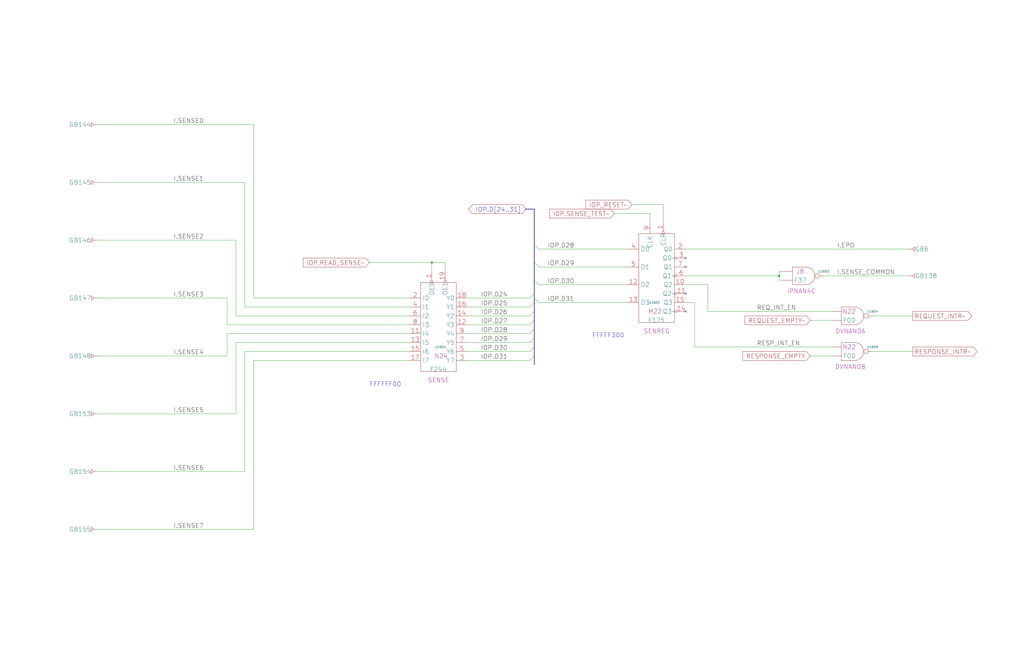
<source format=kicad_sch>
(kicad_sch (version 20250114) (generator "eeschema") (generator_version "9.0")
  (paper "User" 584.2 378.46)
  (title_block (title "DEVICES\\nTEMPERATURE SENSE") (date "22-SEP-90") (rev "2.0") (comment 1 "IOC") (comment 2 "232-003061") (comment 3 "S400") (comment 4 "RELEASED"))
  (lib_symbols
    (symbol "r1000:F00" (pin_numbers (hide yes)) (pin_names (hide yes))
      (property "Reference" "U" (at 15.24 0 0))
      (property "Value" "F00" (at 1.905 -5.08 0))
      (property "Location" "___" (at 1.905 0 0))
      (property "Name" "______" (at 2.54 -12.7 0))
      (symbol "F00_0_1"
        (polyline (pts (xy -2.54 2.54) (xy -2.54 -7.62)) (stroke (width 0.1524)))
        (polyline (pts (xy -2.54 2.54) (xy 5.08 2.54)) (stroke (width 0.1524)))
        (polyline (pts (xy -2.54 -7.62) (xy 5.08 -7.62)) (stroke (width 0.1524)))
        (arc (start 5.08 2.54) (mid 10.1281 -2.54) (end 5.08 -7.62) (stroke (width 0.1524)))
        (circle (center 11.43 -2.54) (radius 1.27) (stroke (width 0.1524)))
      )
      (symbol "F00_0_2"
        (arc (start -3.175 2.54) (mid -2.134 -2.54) (end -3.175 -7.62) (stroke (width 0.1524)))
        (circle (center -3.81 0) (radius 1.27) (stroke (width 0.1524)))
        (circle (center -3.81 -5.08) (radius 1.27) (stroke (width 0.1524)))
        (polyline (pts (xy -3.175 2.54) (xy 3.81 2.54)) (stroke (width 0.1524)))
        (polyline (pts (xy -3.175 -7.62) (xy 3.81 -7.62)) (stroke (width 0.1524)))
        (arc (start 3.81 2.54) (mid 7.5828 0.7472) (end 10.16 -2.54) (stroke (width 0.1524)))
        (arc (start 10.16 -2.54) (mid 7.5855 -5.8306) (end 3.81 -7.62) (stroke (width 0.1524)))
      )
      (symbol "F00_1_1"
        (pin input line (at -7.62 0 0) (length 5.08) (name "D0") (number "1"))
        (pin input line (at -7.62 -5.08 0) (length 5.08) (name "D1") (number "2"))
        (pin output line (at 15.24 -2.54 180) (length 2.54) (name "Q") (number "3"))
      )
      (symbol "F00_1_2"
        (pin input line (at -7.62 0 0) (length 2.54) (name "D0") (number "1"))
        (pin input line (at -7.62 -5.08 0) (length 2.54) (name "D1") (number "2"))
        (pin output line (at 15.24 -2.54 180) (length 5.08) (name "Q") (number "3"))
      )
    )
    (symbol "r1000:F175" (pin_names (offset 1.016))
      (property "Reference" "U" (at 2.54 5.08 0))
      (property "Value" "F175" (at -1.27 -5.08 0))
      (property "Location" "___" (at -1.27 0 0))
      (property "Name" "______" (at 3.81 -12.7 0))
      (symbol "F175_1_1"
        (rectangle (start -6.35 44.45) (end 13.97 -6.35))
        (circle (center 7.62 45.085) (radius 0.635))
        (circle (center 14.605 30.48) (radius 0.635))
        (circle (center 14.605 20.32) (radius 0.635))
        (circle (center 14.605 10.16) (radius 0.635))
        (circle (center 14.605 0) (radius 0.635))
        (pin input line (at -12.7 35.56 0) (length 6.35) (name "D0") (number "4"))
        (pin input line (at -12.7 25.4 0) (length 6.35) (name "D1") (number "5"))
        (pin input line (at -12.7 15.24 0) (length 6.35) (name "D2") (number "12"))
        (pin input line (at -12.7 5.08 0) (length 6.35) (name "D3") (number "13"))
        (pin input line (at 0 50.8 270) (length 6.35) (name "CLK") (number "9"))
        (pin input line (at 7.62 50.8 270) (length 5.08) (name "CLR") (number "1"))
        (pin output line (at 20.32 35.56 180) (length 6.35) (name "Q0") (number "2"))
        (pin output line (at 20.32 30.48 180) (length 5.08) (name "Q0~") (number "3"))
        (pin output line (at 20.32 25.4 180) (length 6.35) (name "Q1") (number "7"))
        (pin output line (at 20.32 20.32 180) (length 5.08) (name "Q1~") (number "6"))
        (pin output line (at 20.32 15.24 180) (length 6.35) (name "Q2") (number "10"))
        (pin output line (at 20.32 10.16 180) (length 5.08) (name "Q2~") (number "11"))
        (pin output line (at 20.32 5.08 180) (length 6.35) (name "Q3") (number "15"))
        (pin output line (at 20.32 0 180) (length 5.08) (name "Q3~") (number "14"))
      )
    )
    (symbol "r1000:F244" (pin_names (offset 1.016))
      (property "Reference" "U" (at 2.54 5.08 0))
      (property "Value" "F244" (at -3.81 -7.62 0))
      (property "Location" "___" (at -1.27 0 0))
      (property "Name" "______" (at 1.27 -15.24 0))
      (symbol "F244_1_1"
        (rectangle (start -8.89 41.91) (end 11.43 -8.89))
        (circle (center -2.54 42.545) (radius 0.635))
        (circle (center 5.08 42.545) (radius 0.635))
        (pin input line (at -15.24 33.02 0) (length 6.35) (name "I0") (number "2"))
        (pin input line (at -15.24 27.94 0) (length 6.35) (name "I1") (number "4"))
        (pin input line (at -15.24 22.86 0) (length 6.35) (name "I2") (number "6"))
        (pin input line (at -15.24 17.78 0) (length 6.35) (name "I3") (number "8"))
        (pin input line (at -15.24 12.7 0) (length 6.35) (name "I4") (number "11"))
        (pin input line (at -15.24 7.62 0) (length 6.35) (name "I5") (number "13"))
        (pin input line (at -15.24 2.54 0) (length 6.35) (name "I6") (number "15"))
        (pin input line (at -15.24 -2.54 0) (length 6.35) (name "I7") (number "17"))
        (pin input line (at -2.54 48.26 270) (length 5.08) (name "OE0") (number "1"))
        (pin input line (at 5.08 48.26 270) (length 5.08) (name "OE1") (number "19"))
        (pin tri_state line (at 17.78 33.02 180) (length 6.35) (name "Y0") (number "18"))
        (pin tri_state line (at 17.78 27.94 180) (length 6.35) (name "Y1") (number "16"))
        (pin tri_state line (at 17.78 22.86 180) (length 6.35) (name "Y2") (number "14"))
        (pin tri_state line (at 17.78 17.78 180) (length 6.35) (name "Y3") (number "12"))
        (pin tri_state line (at 17.78 12.7 180) (length 6.35) (name "Y4") (number "9"))
        (pin tri_state line (at 17.78 7.62 180) (length 6.35) (name "Y5") (number "7"))
        (pin tri_state line (at 17.78 2.54 180) (length 6.35) (name "Y6") (number "5"))
        (pin tri_state line (at 17.78 -2.54 180) (length 6.35) (name "Y7") (number "3"))
      )
    )
    (symbol "r1000:F37" (pin_numbers (hide yes)) (pin_names (offset 0) (hide yes))
      (property "Reference" "U" (at 15.24 0 0))
      (property "Value" "F37" (at 1.905 -5.08 0))
      (property "Location" "___" (at 1.905 0 0))
      (property "Name" "______" (at 2.54 -12.7 0))
      (symbol "F37_0_1"
        (polyline (pts (xy -2.54 2.54) (xy -2.54 -7.62)) (stroke (width 0.1524)))
        (polyline (pts (xy -2.54 2.54) (xy 5.08 2.54)) (stroke (width 0.1524)))
        (polyline (pts (xy -2.54 -7.62) (xy 5.08 -7.62)) (stroke (width 0.1524)))
        (arc (start 5.08 2.54) (mid 10.1281 -2.54) (end 5.08 -7.62) (stroke (width 0.1524)))
        (circle (center 11.43 -2.54) (radius 1.27) (stroke (width 0.1524)))
      )
      (symbol "F37_0_2"
        (arc (start -3.175 2.54) (mid -2.134 -2.54) (end -3.175 -7.62) (stroke (width 0.1524)))
        (circle (center -3.81 0) (radius 1.27) (stroke (width 0.1524)))
        (circle (center -3.81 -5.08) (radius 1.27) (stroke (width 0.1524)))
        (polyline (pts (xy -3.175 2.54) (xy 3.81 2.54)) (stroke (width 0.1524)))
        (polyline (pts (xy -3.175 -7.62) (xy 3.81 -7.62)) (stroke (width 0.1524)))
        (arc (start 3.81 2.54) (mid 7.5828 0.7472) (end 10.16 -2.54) (stroke (width 0.1524)))
        (arc (start 10.16 -2.54) (mid 7.5855 -5.8306) (end 3.81 -7.62) (stroke (width 0.1524)))
      )
      (symbol "F37_1_1"
        (pin input line (at -7.62 0 0) (length 5.08) (name "D0") (number "1"))
        (pin input line (at -7.62 -5.08 0) (length 5.08) (name "D1") (number "2"))
        (pin output line (at 15.24 -2.54 180) (length 2.54) (name "Q") (number "3"))
      )
      (symbol "F37_1_2"
        (pin input line (at -7.62 0 0) (length 2.54) (name "D0") (number "1"))
        (pin input line (at -7.62 -5.08 0) (length 2.54) (name "D1") (number "2"))
        (pin output line (at 15.24 -2.54 180) (length 5.08) (name "Q") (number "3"))
      )
    )
    (symbol "r1000:GB" (pin_numbers (hide yes)) (pin_names (offset 0) (hide yes))
      (property "Reference" "GB" (at 3.81 0 0))
      (symbol "GB_0_1"
        (polyline (pts (xy 2.54 0) (xy 3.81 1.27) (xy 3.81 -1.27) (xy 2.54 0)) (stroke (width 0.1524)))
      )
      (symbol "GB_1_1"
        (pin bidirectional line (at 0 0 0) (length 2.54) (name "") (number "1"))
      )
    )
  )
  (text "FFFFFF00\n" (at 210.82 220.98 0) (effects (font (size 2.54 2.54)) (justify left bottom)))
  (text "FFFFF300\n" (at 337.82 193.04 0) (effects (font (size 2.54 2.54)) (justify left bottom)))
  (junction (at 246.38 149.86))
  (junction (at 444.5 157.48))
  (no_connect (at 391.16 167.64))
  (no_connect (at 391.16 147.32))
  (no_connect (at 391.16 177.8))
  (no_connect (at 391.16 152.4))
  (bus_entry (at 304.8 193.04) (size -2.54 2.54))
  (bus_entry (at 304.8 198.12) (size -2.54 2.54))
  (bus_entry (at 304.8 203.2) (size -2.54 2.54))
  (bus_entry (at 304.8 182.88) (size -2.54 2.54))
  (bus_entry (at 304.8 149.86) (size 2.54 2.54))
  (bus_entry (at 304.8 170.18) (size 2.54 2.54))
  (bus_entry (at 304.8 139.7) (size 2.54 2.54))
  (bus_entry (at 304.8 187.96) (size -2.54 2.54))
  (bus_entry (at 304.8 167.64) (size -2.54 2.54))
  (bus_entry (at 304.8 160.02) (size 2.54 2.54))
  (bus_entry (at 304.8 172.72) (size -2.54 2.54))
  (bus_entry (at 304.8 177.8) (size -2.54 2.54))
  (wire (pts (xy 129.54 185.42) (xy 129.54 170.18)))
  (wire (pts (xy 444.5 154.94) (xy 447.04 154.94)))
  (wire (pts (xy 144.78 71.12) (xy 144.78 170.18)))
  (wire (pts (xy 129.54 190.5) (xy 233.68 190.5)))
  (wire (pts (xy 246.38 149.86) (xy 254 149.86)))
  (bus (pts (xy 304.8 139.7) (xy 304.8 149.86)))
  (wire (pts (xy 391.16 162.56) (xy 403.86 162.56)))
  (wire (pts (xy 396.24 172.72) (xy 396.24 198.12)))
  (wire (pts (xy 55.88 236.22) (xy 134.62 236.22)))
  (wire (pts (xy 307.34 162.56) (xy 358.14 162.56)))
  (wire (pts (xy 307.34 142.24) (xy 358.14 142.24)))
  (wire (pts (xy 497.84 200.66) (xy 520.7 200.66)))
  (wire (pts (xy 144.78 205.74) (xy 144.78 302.26)))
  (wire (pts (xy 233.68 185.42) (xy 129.54 185.42)))
  (wire (pts (xy 139.7 175.26) (xy 139.7 104.14)))
  (wire (pts (xy 444.5 160.02) (xy 444.5 157.48)))
  (wire (pts (xy 233.68 205.74) (xy 144.78 205.74)))
  (wire (pts (xy 307.34 152.4) (xy 358.14 152.4)))
  (wire (pts (xy 378.46 116.84) (xy 378.46 127)))
  (wire (pts (xy 55.88 302.26) (xy 144.78 302.26)))
  (bus (pts (xy 304.8 170.18) (xy 304.8 172.72)))
  (wire (pts (xy 391.16 172.72) (xy 396.24 172.72)))
  (bus (pts (xy 304.8 193.04) (xy 304.8 198.12)))
  (wire (pts (xy 403.86 177.8) (xy 474.98 177.8)))
  (bus (pts (xy 299.72 119.38) (xy 304.8 119.38)))
  (wire (pts (xy 55.88 71.12) (xy 144.78 71.12)))
  (bus (pts (xy 304.8 187.96) (xy 304.8 193.04)))
  (wire (pts (xy 370.84 121.92) (xy 370.84 127)))
  (wire (pts (xy 266.7 185.42) (xy 302.26 185.42)))
  (wire (pts (xy 144.78 170.18) (xy 233.68 170.18)))
  (wire (pts (xy 266.7 190.5) (xy 302.26 190.5)))
  (wire (pts (xy 266.7 170.18) (xy 302.26 170.18)))
  (wire (pts (xy 134.62 180.34) (xy 233.68 180.34)))
  (bus (pts (xy 304.8 167.64) (xy 304.8 170.18)))
  (wire (pts (xy 139.7 269.24) (xy 139.7 200.66)))
  (wire (pts (xy 266.7 195.58) (xy 302.26 195.58)))
  (bus (pts (xy 304.8 119.38) (xy 304.8 139.7)))
  (bus (pts (xy 304.8 172.72) (xy 304.8 177.8)))
  (wire (pts (xy 55.88 104.14) (xy 139.7 104.14)))
  (bus (pts (xy 304.8 177.8) (xy 304.8 182.88)))
  (wire (pts (xy 55.88 203.2) (xy 129.54 203.2)))
  (wire (pts (xy 307.34 172.72) (xy 358.14 172.72)))
  (wire (pts (xy 391.16 142.24) (xy 518.16 142.24)))
  (bus (pts (xy 304.8 182.88) (xy 304.8 187.96)))
  (wire (pts (xy 55.88 137.16) (xy 134.62 137.16)))
  (wire (pts (xy 266.7 180.34) (xy 302.26 180.34)))
  (wire (pts (xy 233.68 175.26) (xy 139.7 175.26)))
  (wire (pts (xy 129.54 203.2) (xy 129.54 190.5)))
  (wire (pts (xy 444.5 157.48) (xy 444.5 154.94)))
  (wire (pts (xy 266.7 200.66) (xy 302.26 200.66)))
  (bus (pts (xy 304.8 203.2) (xy 304.8 208.28)))
  (bus (pts (xy 304.8 198.12) (xy 304.8 203.2)))
  (wire (pts (xy 139.7 200.66) (xy 233.68 200.66)))
  (wire (pts (xy 254 149.86) (xy 254 154.94)))
  (wire (pts (xy 497.84 180.34) (xy 520.7 180.34)))
  (wire (pts (xy 350.52 121.92) (xy 370.84 121.92)))
  (wire (pts (xy 360.68 116.84) (xy 378.46 116.84)))
  (wire (pts (xy 266.7 175.26) (xy 302.26 175.26)))
  (bus (pts (xy 304.8 149.86) (xy 304.8 160.02)))
  (wire (pts (xy 266.7 205.74) (xy 302.26 205.74)))
  (wire (pts (xy 391.16 157.48) (xy 444.5 157.48)))
  (wire (pts (xy 134.62 195.58) (xy 134.62 236.22)))
  (wire (pts (xy 233.68 195.58) (xy 134.62 195.58)))
  (wire (pts (xy 55.88 269.24) (xy 139.7 269.24)))
  (wire (pts (xy 210.82 149.86) (xy 246.38 149.86)))
  (wire (pts (xy 55.88 170.18) (xy 129.54 170.18)))
  (wire (pts (xy 469.9 157.48) (xy 518.16 157.48)))
  (wire (pts (xy 246.38 149.86) (xy 246.38 154.94)))
  (wire (pts (xy 396.24 198.12) (xy 474.98 198.12)))
  (bus (pts (xy 304.8 160.02) (xy 304.8 167.64)))
  (wire (pts (xy 462.28 203.2) (xy 474.98 203.2)))
  (wire (pts (xy 403.86 162.56) (xy 403.86 177.8)))
  (wire (pts (xy 447.04 160.02) (xy 444.5 160.02)))
  (wire (pts (xy 462.28 182.88) (xy 474.98 182.88)))
  (wire (pts (xy 134.62 137.16) (xy 134.62 180.34)))
  (label "I.SENSE_COMMON" (at 477.52 157.48 0) (effects (font (size 2.54 2.54))))
  (label "IOP.D28" (at 274.32 190.5 0) (effects (font (size 2.54 2.54))))
  (label "IOP.D25" (at 274.32 175.26 0) (effects (font (size 2.54 2.54))))
  (label "IOP.D31" (at 312.42 172.72 0) (effects (font (size 2.54 2.54))))
  (label "I.SENSE1" (at 99.06 104.14 0) (effects (font (size 2.54 2.54))))
  (label "I.SENSE7" (at 99.06 302.26 0) (effects (font (size 2.54 2.54))))
  (label "IOP.D26" (at 274.32 180.34 0) (effects (font (size 2.54 2.54))))
  (label "IOP.D28" (at 312.42 142.24 0) (effects (font (size 2.54 2.54))))
  (label "I.SENSE4" (at 99.06 203.2 0) (effects (font (size 2.54 2.54))))
  (label "I.SENSE2" (at 99.06 137.16 0) (effects (font (size 2.54 2.54))))
  (label "I.SENSE0" (at 99.06 71.12 0) (effects (font (size 2.54 2.54))))
  (label "IOP.D31" (at 274.32 205.74 0) (effects (font (size 2.54 2.54))))
  (label "IOP.D29" (at 274.32 195.58 0) (effects (font (size 2.54 2.54))))
  (label "IOP.D24" (at 274.32 170.18 0) (effects (font (size 2.54 2.54))))
  (label "IOP.D27" (at 274.32 185.42 0) (effects (font (size 2.54 2.54))))
  (label "RESP_INT_EN" (at 431.8 198.12 0) (effects (font (size 2.54 2.54))))
  (label "IOP.D30" (at 312.42 162.56 0) (effects (font (size 2.54 2.54))))
  (label "IOP.D29" (at 312.42 152.4 0) (effects (font (size 2.54 2.54))))
  (label "REQ_INT_EN" (at 431.8 177.8 0) (effects (font (size 2.54 2.54))))
  (label "I.EPO" (at 477.52 142.24 0) (effects (font (size 2.54 2.54))))
  (label "I.SENSE6" (at 99.06 269.24 0) (effects (font (size 2.54 2.54))))
  (label "I.SENSE3" (at 99.06 170.18 0) (effects (font (size 2.54 2.54))))
  (label "IOP.D30" (at 274.32 200.66 0) (effects (font (size 2.54 2.54))))
  (label "I.SENSE5" (at 99.06 236.22 0) (effects (font (size 2.54 2.54))))
  (global_label "REQUEST_EMPTY~" (shape input) (at 462.28 182.88 180) (effects (font (size 2.54 2.54))) (property "Intersheetrefs" "${INTERSHEET_REFS}" (at 424.6578 182.7213 0) (effects (font (size 1.905 1.905)) (justify right))))
  (global_label "REQUEST_INTR~" (shape output) (at 520.7 180.34 0) (effects (font (size 2.54 2.54))) (property "Intersheetrefs" "${INTERSHEET_REFS}" (at 554.8146 180.1813 0) (effects (font (size 1.905 1.905)) (justify left))))
  (global_label "RESPONSE_EMPTY" (shape input) (at 462.28 203.2 180) (effects (font (size 2.54 2.54))) (property "Intersheetrefs" "${INTERSHEET_REFS}" (at 423.4482 203.0413 0) (effects (font (size 1.905 1.905)) (justify right))))
  (global_label "RESPONSE_INTR~" (shape output) (at 520.7 200.66 0) (effects (font (size 2.54 2.54))) (property "Intersheetrefs" "${INTERSHEET_REFS}" (at 557.8384 200.5013 0) (effects (font (size 1.905 1.905)) (justify left))))
  (global_label "IOP_RESET~" (shape input) (at 360.68 116.84 180) (effects (font (size 2.54 2.54))) (property "Intersheetrefs" "${INTERSHEET_REFS}" (at 333.8225 116.6813 0) (effects (font (size 1.905 1.905)) (justify right))))
  (global_label "IOP.SENSE_TEST~" (shape input) (at 350.52 121.92 180) (effects (font (size 2.54 2.54))) (property "Intersheetrefs" "${INTERSHEET_REFS}" (at 313.2606 121.7613 0) (effects (font (size 1.905 1.905)) (justify right))))
  (global_label "IOP.D[24..31]" (shape bidirectional) (at 300.0697 119.38 180) (effects (font (size 2.54 2.54))) (property "Intersheetrefs" "${INTERSHEET_REFS}" (at 269.2208 119.2213 0) (effects (font (size 1.905 1.905)) (justify right))))
  (global_label "IOP.READ_SENSE~" (shape input) (at 210.82 149.86 180) (effects (font (size 2.54 2.54))) (property "Intersheetrefs" "${INTERSHEET_REFS}" (at 172.593 149.7013 0) (effects (font (size 1.905 1.905)) (justify right))))
  (symbol (lib_id "r1000:GB") (at 55.88 203.2 0) (mirror y) (unit 1)
    (property "Reference" "GB148" (at 52.07 203.2 0) (effects (font (size 2.54 2.54)) (justify left)))
    (property "Value" "GB" (effects (hide yes)))
  )
  (symbol (lib_id "r1000:GB") (at 55.88 269.24 0) (mirror y) (unit 1)
    (property "Reference" "GB154" (at 52.07 269.24 0) (effects (font (size 2.54 2.54)) (justify left)))
    (property "Value" "GB" (effects (hide yes)))
  )
  (symbol (lib_id "r1000:F244") (at 248.92 203.2 0) (unit 1)
    (property "Reference" "U1601" (at 251.46 198.12 0))
    (property "Value" "F244" (at 245.11 210.82 0) (effects (font (size 2.54 2.54)) (justify left)))
    (property "Location" "N24" (at 247.65 203.2 0) (effects (font (size 2.54 2.54)) (justify left)))
    (property "Name" "SENSE" (at 250.19 218.44 0) (effects (font (size 2.54 2.54)) (justify bottom)))
  )
  (symbol (lib_id "r1000:GB") (at 55.88 170.18 0) (mirror y) (unit 1)
    (property "Reference" "GB147" (at 52.07 170.18 0) (effects (font (size 2.54 2.54)) (justify left)))
    (property "Value" "GB" (effects (hide yes)))
  )
  (symbol (lib_id "r1000:GB") (at 55.88 71.12 0) (mirror y) (unit 1)
    (property "Reference" "GB144" (at 52.07 71.12 0) (effects (font (size 2.54 2.54)) (justify left)))
    (property "Value" "GB" (effects (hide yes)))
  )
  (symbol (lib_id "r1000:GB") (at 55.88 137.16 0) (mirror y) (unit 1)
    (property "Reference" "GB146" (at 52.07 137.16 0) (effects (font (size 2.54 2.54)) (justify left)))
    (property "Value" "GB" (effects (hide yes)))
  )
  (symbol (lib_id "r1000:F37") (at 454.66 154.94 0) (unit 1)
    (property "Reference" "U1603" (at 469.9 154.94 0))
    (property "Value" "F37" (at 456.565 160.02 0) (effects (font (size 2.54 2.54))))
    (property "Location" "J8" (at 456.565 154.94 0) (effects (font (size 2.54 2.54))))
    (property "Name" "IPNAN4C" (at 457.2 167.64 0) (effects (font (size 2.54 2.54)) (justify bottom)))
  )
  (symbol (lib_id "r1000:GB") (at 55.88 236.22 0) (mirror y) (unit 1)
    (property "Reference" "GB153" (at 52.07 236.22 0) (effects (font (size 2.54 2.54)) (justify left)))
    (property "Value" "GB" (effects (hide yes)))
  )
  (symbol (lib_id "r1000:GB") (at 55.88 104.14 0) (mirror y) (unit 1)
    (property "Reference" "GB145" (at 52.07 104.14 0) (effects (font (size 2.54 2.54)) (justify left)))
    (property "Value" "GB" (effects (hide yes)))
  )
  (symbol (lib_id "r1000:F175") (at 370.84 177.8 0) (unit 1)
    (property "Reference" "U1602" (at 373.38 172.72 0))
    (property "Value" "F175" (at 369.57 182.88 0) (effects (font (size 2.54 2.54)) (justify left)))
    (property "Location" "M22" (at 369.57 177.8 0) (effects (font (size 2.54 2.54)) (justify left)))
    (property "Name" "SENREG" (at 374.65 190.5 0) (effects (font (size 2.54 2.54)) (justify bottom)))
  )
  (symbol (lib_id "r1000:GB") (at 518.16 142.24 0) (unit 1)
    (property "Reference" "GB6" (at 521.97 142.24 0) (effects (font (size 2.54 2.54)) (justify left)))
    (property "Value" "GB" (effects (hide yes)))
  )
  (symbol (lib_id "r1000:GB") (at 55.88 302.26 0) (mirror y) (unit 1)
    (property "Reference" "GB155" (at 52.07 302.26 0) (effects (font (size 2.54 2.54)) (justify left)))
    (property "Value" "GB" (effects (hide yes)))
  )
  (symbol (lib_id "r1000:F00") (at 482.6 198.12 0) (unit 1)
    (property "Reference" "U1605" (at 497.84 198.12 0))
    (property "Value" "F00" (at 484.505 203.2 0) (effects (font (size 2.54 2.54))))
    (property "Location" "N22" (at 484.505 198.12 0) (effects (font (size 2.54 2.54))))
    (property "Name" "DVNAN0B" (at 485.14 210.82 0) (effects (font (size 2.54 2.54)) (justify bottom)))
  )
  (symbol (lib_id "r1000:F00") (at 482.6 177.8 0) (unit 1)
    (property "Reference" "U1604" (at 497.84 177.8 0))
    (property "Value" "F00" (at 484.505 182.88 0) (effects (font (size 2.54 2.54))))
    (property "Location" "N22" (at 484.505 177.8 0) (effects (font (size 2.54 2.54))))
    (property "Name" "DVNAN0A" (at 485.14 190.5 0) (effects (font (size 2.54 2.54)) (justify bottom)))
  )
  (symbol (lib_id "r1000:GB") (at 518.16 157.48 0) (unit 1)
    (property "Reference" "GB138" (at 521.97 157.48 0) (effects (font (size 2.54 2.54)) (justify left)))
    (property "Value" "GB" (effects (hide yes)))
  )
)
</source>
